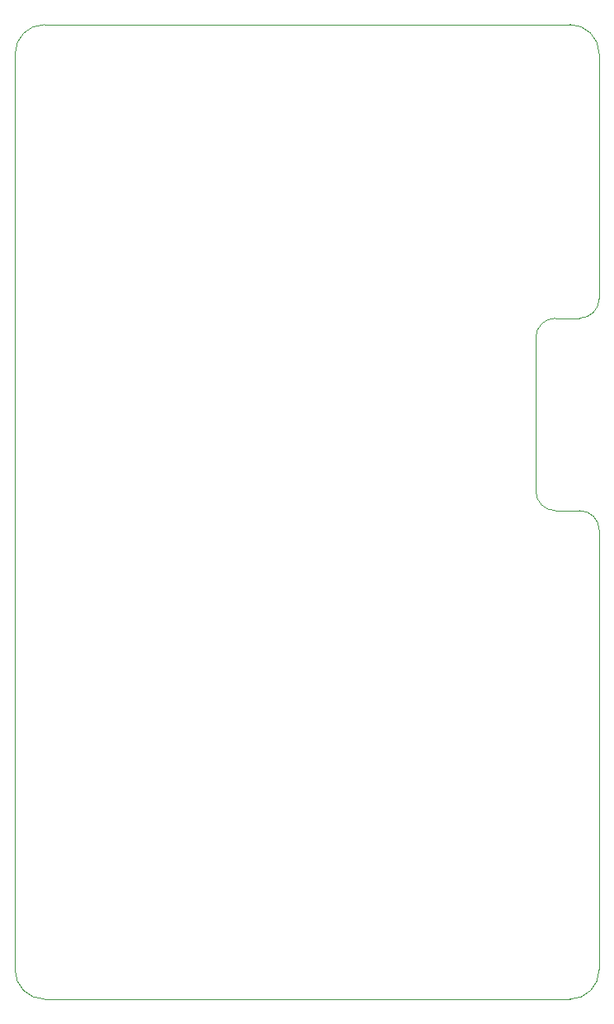
<source format=gm1>
G04*
G04 #@! TF.GenerationSoftware,Altium Limited,Altium Designer,22.10.1 (41)*
G04*
G04 Layer_Color=16711935*
%FSLAX44Y44*%
%MOMM*%
G71*
G04*
G04 #@! TF.SameCoordinates,A44A1546-0101-49FE-9D39-825E196A96A3*
G04*
G04*
G04 #@! TF.FilePolarity,Positive*
G04*
G01*
G75*
%ADD11C,0.1000*%
D11*
X535000Y521250D02*
G03*
X555000Y501250I20000J0D01*
G01*
X555000Y698750D02*
G03*
X535000Y678750I0J-20000D01*
G01*
X600000Y481250D02*
G03*
X580000Y501250I-20000J0D01*
G01*
X580000Y698750D02*
G03*
X600000Y718750I0J20000D01*
G01*
X600000Y970000D02*
G03*
X570000Y1000000I-30000J0D01*
G01*
Y0D02*
G03*
X600000Y30000I0J30000D01*
G01*
X30000Y1000000D02*
G03*
X0Y970000I0J-30000D01*
G01*
Y30000D02*
G03*
X30000Y0I30000J0D01*
G01*
X535000Y521250D02*
Y678750D01*
X535000D01*
X555000Y501250D02*
X580000D01*
X555000Y698750D02*
X580000D01*
X600000Y30000D02*
Y481250D01*
X600000D01*
X600000Y718750D02*
Y970000D01*
X0Y30000D02*
Y970000D01*
X30000Y0D02*
X570000D01*
X30000Y1000000D02*
X570000D01*
M02*

</source>
